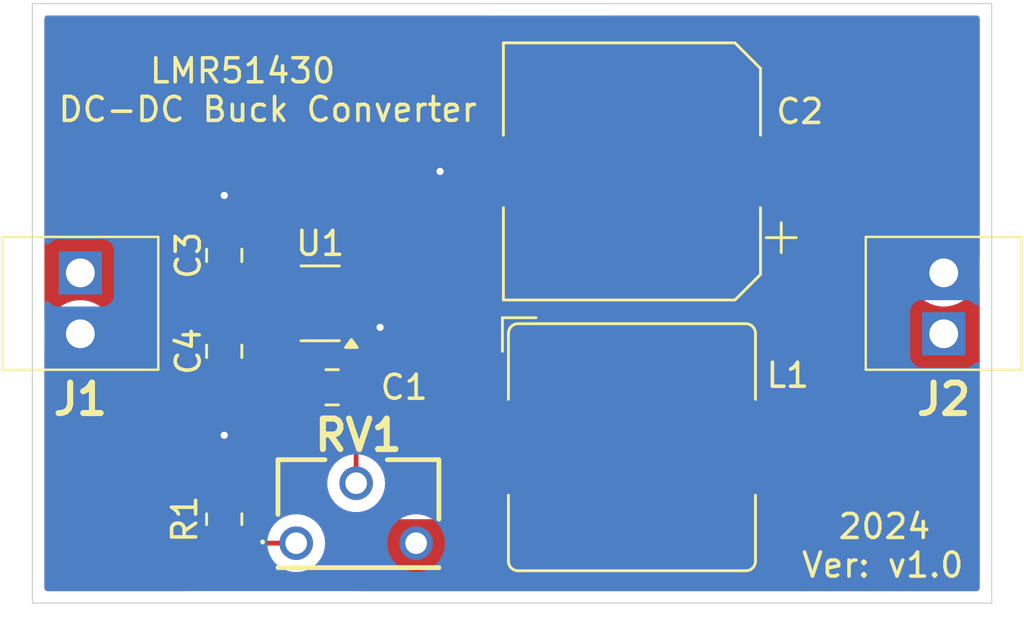
<source format=kicad_pcb>
(kicad_pcb (version 20240108) (generator "pcbnew") (generator_version "8.0")
  (layers (0 "F.Cu" signal) (31 "B.Cu" signal) (34 "B.Paste" user) (35 "F.Paste" user) (36 "B.SilkS" user "B.Silkscreen") (37 "F.SilkS" user "F.Silkscreen") (38 "B.Mask" user) (39 "F.Mask" user) (44 "Edge.Cuts" user))
  (net 0 "")
  (net 1 "Net-(U1-CB)")
  (net 2 "Net-(U1-SW)")
  (net 3 "Net-(J2-Pin_1)")
  (net 4 "GND")
  (net 5 "Net-(J1-Pin_1)")
  (net 6 "Net-(R1-Pad1)")
  (net 7 "Net-(U1-FB)")
  (footprint "Inductor_SMD:L_Bourns_SRP1038C_10.0x10.0mm" (layer "F.Cu") (at 112.63 122.405)
    (property "Reference" "L1" (at 6.5 -3 0) (layer "F.SilkS"))
    (property "Value" "33u")
    (fp_line (start -5.4 -5.4) (end -5.4 -4) (stroke (width 0.12)) (layer "F.SilkS"))
    (fp_line (start -5.4 -5.4) (end -4 -5.4) (stroke (width 0.12)) (layer "F.SilkS"))
    (fp_line (start -5.15 -4.75) (end -5.15 -2) (stroke (width 0.12)) (layer "F.SilkS"))
    (fp_line (start -5.15 2) (end -5.15 4.75) (stroke (width 0.12)) (layer "F.SilkS"))
    (fp_line (start -4.75 -5.15) (end 4.75 -5.15) (stroke (width 0.12)) (layer "F.SilkS"))
    (fp_line (start 4.75 5.15) (end -4.75 5.15) (stroke (width 0.12)) (layer "F.SilkS"))
    (fp_line (start 5.15 -4.75) (end 5.15 -2) (stroke (width 0.12)) (layer "F.SilkS"))
    (fp_line (start 5.15 2) (end 5.15 4.75) (stroke (width 0.12)) (layer "F.SilkS"))
    (fp_arc (start -5.15 -4.75) (mid -5.032843 -5.032843) (end -4.75 -5.15) (stroke (width 0.12)) (layer "F.SilkS"))
    (fp_arc (start -4.75 5.15) (mid -5.032843 5.032843) (end -5.15 4.75) (stroke (width 0.12)) (layer "F.SilkS"))
    (fp_arc (start 4.75 -5.15) (mid 5.032843 -5.032843) (end 5.15 -4.75) (stroke (width 0.12)) (layer "F.SilkS"))
    (fp_arc (start 5.15 4.75) (mid 5.032843 5.032843) (end 4.75 5.15) (stroke (width 0.12)) (layer "F.SilkS"))
    (pad "1" smd rect (at -4.475 0) (size 3.55 3.5) (layers "F.Cu" "F.Paste" "F.Mask") (net 2 "Net-(U1-SW)"))
    (pad "2" smd rect (at 4.475 0) (size 3.55 3.5) (layers "F.Cu" "F.Paste" "F.Mask") (net 3 "Net-(J2-Pin_1)"))
  )
  (footprint "Capacitor_SMD:C_0805_2012Metric_Pad1.18x1.45mm_HandSolder" (layer "F.Cu") (at 95.63 118.405 -90)
    (property "Reference" "C4" (at 0 1.5 90) (layer "F.SilkS"))
    (property "Value" "100n")
    (fp_line (start -0.261252 0.735) (end 0.261252 0.735) (stroke (width 0.12)) (layer "F.SilkS"))
    (fp_line (start -0.261252 -0.735) (end 0.261252 -0.735) (stroke (width 0.12)) (layer "F.SilkS"))
    (pad "1" smd roundrect (at -1.0375 0 270) (size 1.175 1.45) (layers "F.Cu" "F.Paste" "F.Mask") (roundrect_rratio 0.212766) (net 5 "Net-(J1-Pin_1)"))
    (pad "2" smd roundrect (at 1.0375 0 270) (size 1.175 1.45) (layers "F.Cu" "F.Paste" "F.Mask") (roundrect_rratio 0.212766) (net 4 "GND"))
  )
  (footprint "Capacitor_SMD:CP_Elec_10x10.5" (layer "F.Cu") (at 112.63 110.905 180)
    (property "Reference" "C2" (at -7 2.5 360) (layer "F.SilkS"))
    (property "Value" "220u")
    (fp_line (start 5.36 5.36) (end 5.36 1.51) (stroke (width 0.12)) (layer "F.SilkS"))
    (fp_line (start 5.36 -5.36) (end 5.36 -1.51) (stroke (width 0.12)) (layer "F.SilkS"))
    (fp_line (start -4.295563 5.36) (end 5.36 5.36) (stroke (width 0.12)) (layer "F.SilkS"))
    (fp_line (start -4.295563 -5.36) (end 5.36 -5.36) (stroke (width 0.12)) (layer "F.SilkS"))
    (fp_line (start -5.36 4.295563) (end -4.295563 5.36) (stroke (width 0.12)) (layer "F.SilkS"))
    (fp_line (start -5.36 4.295563) (end -5.36 1.51) (stroke (width 0.12)) (layer "F.SilkS"))
    (fp_line (start -5.36 -4.295563) (end -4.295563 -5.36) (stroke (width 0.12)) (layer "F.SilkS"))
    (fp_line (start -5.36 -4.295563) (end -5.36 -1.51) (stroke (width 0.12)) (layer "F.SilkS"))
    (fp_line (start -6.225 -3.385) (end -6.225 -2.135) (stroke (width 0.12)) (layer "F.SilkS"))
    (fp_line (start -6.85 -2.76) (end -5.6 -2.76) (stroke (width 0.12)) (layer "F.SilkS"))
    (pad "1" smd roundrect (at -4.2 0 180) (size 4.4 2.5) (layers "F.Cu" "F.Paste" "F.Mask") (roundrect_rratio 0.1) (net 3 "Net-(J2-Pin_1)"))
    (pad "2" smd roundrect (at 4.2 0 180) (size 4.4 2.5) (layers "F.Cu" "F.Paste" "F.Mask") (roundrect_rratio 0.1) (net 4 "GND"))
  )
  (footprint "Resistor_SMD:R_0805_2012Metric_Pad1.20x1.40mm_HandSolder" (layer "F.Cu") (at 95.63 125.405 90)
    (property "Reference" "R1" (at 0 -1.65 90) (layer "F.SilkS"))
    (property "Value" "2k2")
    (fp_line (start -0.227064 -0.735) (end 0.227064 -0.735) (stroke (width 0.12)) (layer "F.SilkS"))
    (fp_line (start -0.227064 0.735) (end 0.227064 0.735) (stroke (width 0.12)) (layer "F.SilkS"))
    (pad "1" smd roundrect (at -1 0 90) (size 1.2 1.4) (layers "F.Cu" "F.Paste" "F.Mask") (roundrect_rratio 0.208333) (net 6 "Net-(R1-Pad1)"))
    (pad "2" smd roundrect (at 1 0 90) (size 1.2 1.4) (layers "F.Cu" "F.Paste" "F.Mask") (roundrect_rratio 0.208333) (net 4 "GND"))
  )
  (footprint "Custom:282834-2_1" (layer "F.Cu") (at 89.63 115.135 -90)
    (property "Reference" "J1" (at 5.27 0 180) (layer "F.SilkS") (effects (font (size 1.27 1.27) (thickness 0.254))))
    (property "Value" "Screw_Terminal_01x02" (hide yes))
    (fp_line (start -1.5 3.25) (end -1.5 -3.25) (stroke (width 0.1)) (layer "F.SilkS"))
    (fp_line (start 4.04 3.25) (end -1.5 3.25) (stroke (width 0.1)) (layer "F.SilkS"))
    (fp_line (start -1.5 -3.25) (end 4.04 -3.25) (stroke (width 0.1)) (layer "F.SilkS"))
    (fp_line (start 4.04 -3.25) (end 4.04 3.25) (stroke (width 0.1)) (layer "F.SilkS"))
    (pad "1" thru_hole rect (at 0 0 270) (size 1.8 1.8) (drill 1.2) (layers "*.Cu" "*.Mask") (net 5 "Net-(J1-Pin_1)"))
    (pad "2" thru_hole circle (at 2.54 0 270) (size 1.8 1.8) (drill 1.2) (layers "*.Cu" "*.Mask") (net 4 "GND"))
  )
  (footprint "Custom:282834-2_1" (layer "F.Cu") (at 125.63 117.675 90)
    (property "Reference" "J2" (at -2.73 0 180) (layer "F.SilkS") (effects (font (size 1.27 1.27) (thickness 0.254))))
    (property "Value" "Screw_Terminal_01x02" (hide yes))
    (fp_line (start 4.04 -3.25) (end 4.04 3.25) (stroke (width 0.1)) (layer "F.SilkS"))
    (fp_line (start -1.5 -3.25) (end 4.04 -3.25) (stroke (width 0.1)) (layer "F.SilkS"))
    (fp_line (start 4.04 3.25) (end -1.5 3.25) (stroke (width 0.1)) (layer "F.SilkS"))
    (fp_line (start -1.5 3.25) (end -1.5 -3.25) (stroke (width 0.1)) (layer "F.SilkS"))
    (pad "1" thru_hole rect (at 0 0 90) (size 1.8 1.8) (drill 1.2) (layers "*.Cu" "*.Mask") (net 3 "Net-(J2-Pin_1)"))
    (pad "2" thru_hole circle (at 2.54 0 90) (size 1.8 1.8) (drill 1.2) (layers "*.Cu" "*.Mask") (net 4 "GND"))
  )
  (footprint "Custom:PV37W104C01B00" (layer "F.Cu") (at 98.63 126.405)
    (property "Reference" "RV1" (at 2.595 -4.5 0) (layer "F.SilkS") (effects (font (size 1.27 1.27) (thickness 0.254))))
    (property "Value" "100k" (hide yes))
    (fp_line (start -1.4 -0.1) (end -1.4 -0.1) (stroke (width 0.1)) (layer "F.SilkS"))
    (fp_line (start -1.4 0) (end -1.4 0) (stroke (width 0.1)) (layer "F.SilkS"))
    (fp_line (start -0.76 -3.48) (end 1.2 -3.48) (stroke (width 0.2)) (layer "F.SilkS"))
    (fp_line (start -0.76 -1.2) (end -0.76 -3.48) (stroke (width 0.2)) (layer "F.SilkS"))
    (fp_line (start -0.76 1.02) (end 5.95 1.02) (stroke (width 0.2)) (layer "F.SilkS"))
    (fp_line (start 5.95 -3.48) (end 3.8 -3.48) (stroke (width 0.2)) (layer "F.SilkS"))
    (fp_line (start 5.95 -1) (end 5.95 -3.48) (stroke (width 0.2)) (layer "F.SilkS"))
    (fp_arc (start -1.4 -0.1) (mid -1.35 -0.05) (end -1.4 0) (stroke (width 0.1)) (layer "F.SilkS"))
    (fp_arc (start -1.4 0) (mid -1.45 -0.05) (end -1.4 -0.1) (stroke (width 0.1)) (layer "F.SilkS"))
    (pad "1" thru_hole circle (at 0 0) (size 1.4 1.4) (drill 0.9) (layers "*.Cu" "*.Mask") (net 6 "Net-(R1-Pad1)"))
    (pad "2" thru_hole circle (at 2.5 -2.5) (size 1.4 1.4) (drill 0.9) (layers "*.Cu" "*.Mask") (net 7 "Net-(U1-FB)"))
    (pad "3" thru_hole circle (at 5 0) (size 1.4 1.4) (drill 0.9) (layers "*.Cu" "*.Mask") (net 3 "Net-(J2-Pin_1)"))
  )
  (footprint "Capacitor_SMD:C_0805_2012Metric_Pad1.18x1.45mm_HandSolder" (layer "F.Cu") (at 100.13 119.905)
    (property "Reference" "C1" (at 3 0 0) (layer "F.SilkS"))
    (property "Value" "100n")
    (fp_line (start -0.261252 -0.735) (end 0.261252 -0.735) (stroke (width 0.12)) (layer "F.SilkS"))
    (fp_line (start -0.261252 0.735) (end 0.261252 0.735) (stroke (width 0.12)) (layer "F.SilkS"))
    (pad "1" smd roundrect (at -1.0375 0) (size 1.175 1.45) (layers "F.Cu" "F.Paste" "F.Mask") (roundrect_rratio 0.212766) (net 1 "Net-(U1-CB)"))
    (pad "2" smd roundrect (at 1.0375 0) (size 1.175 1.45) (layers "F.Cu" "F.Paste" "F.Mask") (roundrect_rratio 0.212766) (net 2 "Net-(U1-SW)"))
  )
  (footprint "Package_TO_SOT_SMD:SOT-23-6" (layer "F.Cu") (at 99.63 116.405 180)
    (property "Reference" "U1" (at 0 2.5 360) (layer "F.SilkS"))
    (property "Value" "LMR51430")
    (fp_line (start 0 1.56) (end 0.8 1.56) (stroke (width 0.12)) (layer "F.SilkS"))
    (fp_line (start 0 1.56) (end -0.8 1.56) (stroke (width 0.12)) (layer "F.SilkS"))
    (fp_line (start 0 -1.56) (end 0.8 -1.56) (stroke (width 0.12)) (layer "F.SilkS"))
    (fp_line (start 0 -1.56) (end -0.8 -1.56) (stroke (width 0.12)) (layer "F.SilkS"))
    (fp_poly (pts (xy -1.3 -1.51) (xy -1.54 -1.84) (xy -1.06 -1.84) (xy -1.3 -1.51)) (stroke (width 0.12)) (fill solid) (layer "F.SilkS"))
    (pad "1" smd roundrect (at -1.1375 -0.95 180) (size 1.325 0.6) (layers "F.Cu" "F.Paste" "F.Mask") (net 4 "GND"))
    (pad "2" smd roundrect (at -1.1375 0 180) (size 1.325 0.6) (layers "F.Cu" "F.Paste" "F.Mask") (net 2 "Net-(U1-SW)"))
    (pad "3" smd roundrect (at -1.1375 0.95 180) (size 1.325 0.6) (layers "F.Cu" "F.Paste" "F.Mask") (net 5 "Net-(J1-Pin_1)"))
    (pad "4" smd roundrect (at 1.1375 0.95 180) (size 1.325 0.6) (layers "F.Cu" "F.Paste" "F.Mask") (net 7 "Net-(U1-FB)"))
    (pad "5" smd roundrect (at 1.1375 0 180) (size 1.325 0.6) (layers "F.Cu" "F.Paste" "F.Mask") (net 5 "Net-(J1-Pin_1)"))
    (pad "6" smd roundrect (at 1.1375 -0.95 180) (size 1.325 0.6) (layers "F.Cu" "F.Paste" "F.Mask") (net 1 "Net-(U1-CB)"))
  )
  (footprint "Capacitor_SMD:C_0805_2012Metric_Pad1.18x1.45mm_HandSolder" (layer "F.Cu") (at 95.63 114.405 90)
    (property "Reference" "C3" (at 0 -1.5 90) (layer "F.SilkS"))
    (property "Value" "4u7")
    (fp_line (start -0.261252 -0.735) (end 0.261252 -0.735) (stroke (width 0.12)) (layer "F.SilkS"))
    (fp_line (start -0.261252 0.735) (end 0.261252 0.735) (stroke (width 0.12)) (layer "F.SilkS"))
    (pad "1" smd roundrect (at -1.0375 0 90) (size 1.175 1.45) (layers "F.Cu" "F.Paste" "F.Mask") (roundrect_rratio 0.212766) (net 5 "Net-(J1-Pin_1)"))
    (pad "2" smd roundrect (at 1.0375 0 90) (size 1.175 1.45) (layers "F.Cu" "F.Paste" "F.Mask") (roundrect_rratio 0.212766) (net 4 "GND"))
  )
  (gr_rect (start 87.63 103.905) (end 127.63 128.905) (stroke (width 0.05)) (fill none) (layer "Edge.Cuts"))
  (gr_text "     LMR51430\nDC-DC Buck Converter" (at 88.63 108.905 0) (layer "F.SilkS") (effects (font (size 1 1)) (justify left bottom)))
  (gr_text "  2024\nVer: v1.0" (at 119.63 127.905 0) (layer "F.SilkS") (effects (font (size 1 1)) (justify left bottom)))
  (segment (start 99.0925 118.8675) (end 98.4925 118.2675) (width 0.2) (layer "F.Cu") (net 1))
  (segment (start 98.4925 118.2675) (end 98.4925 117.355) (width 0.2) (layer "F.Cu") (net 1))
  (segment (start 99.0925 119.905) (end 99.0925 118.8675) (width 0.2) (layer "F.Cu") (net 1))
  (segment (start 100.7675 116.405) (end 103.13 116.405) (width 0.75) (layer "F.Cu") (net 2))
  (segment (start 108.43 110.905) (end 105.63 110.905) (width 0.5) (layer "F.Cu") (net 4))
  (segment (start 95.63 121.905) (end 95.63 119.4425) (width 0.2) (layer "F.Cu") (net 4))
  (segment (start 102.08 117.355) (end 102.13 117.405) (width 0.2) (layer "F.Cu") (net 4))
  (segment (start 95.63 113.3675) (end 95.63 111.905) (width 0.2) (layer "F.Cu") (net 4))
  (segment (start 100.7675 117.355) (end 102.08 117.355) (width 0.2) (layer "F.Cu") (net 4))
  (segment (start 105.63 110.905) (end 104.63 110.905) (width 0.5) (layer "F.Cu") (net 4))
  (segment (start 95.63 124.405) (end 95.63 121.905) (width 0.2) (layer "F.Cu") (net 4))
  (via (at 95.63 111.905) (size 0.6) (drill 0.3) (layers "F.Cu" "B.Cu") (net 4))
  (via (at 104.63 110.905) (size 0.6) (drill 0.3) (layers "F.Cu" "B.Cu") (net 4))
  (via (at 95.63 121.905) (size 0.6) (drill 0.3) (layers "F.Cu" "B.Cu") (net 4))
  (via (at 102.13 117.405) (size 0.6) (drill 0.3) (layers "F.Cu" "B.Cu") (net 4))
  (segment (start 98.4925 116.405) (end 96.63 116.405) (width 0.75) (layer "F.Cu") (net 5))
  (segment (start 98.63 126.405) (end 95.63 126.405) (width 0.2) (layer "F.Cu") (net 6))
  (segment (start 99.63 118.405) (end 100.13 118.905) (width 0.2) (layer "F.Cu") (net 7))
  (segment (start 100.13 121.405) (end 101.13 122.405) (width 0.2) (layer "F.Cu") (net 7))
  (segment (start 98.4925 115.455) (end 99.18 115.455) (width 0.2) (layer "F.Cu") (net 7))
  (segment (start 99.18 115.455) (end 99.63 115.905) (width 0.2) (layer "F.Cu") (net 7))
  (segment (start 101.13 122.405) (end 101.13 123.905) (width 0.2) (layer "F.Cu") (net 7))
  (segment (start 99.63 115.905) (end 99.63 118.405) (width 0.2) (layer "F.Cu") (net 7))
  (segment (start 100.13 118.905) (end 100.13 121.405) (width 0.2) (layer "F.Cu") (net 7))
  (zone (net 5) (net_name "Net-(J1-Pin_1)") (layer "F.Cu") (priority 1) (connect_pads yes (clearance 0.5)) (min_thickness 0.25) (fill yes (thermal_gap 0.5) (thermal_bridge_width 0.5) (island_removal_mode 1) (island_area_min 10))
    (polygon (pts (xy 87.63 103.905) (xy 87.63 128.905) (xy 94.13 128.905) (xy 94.13 118.405) (xy 97.13 118.405) (xy 97.13 117.405) (xy 97.13 115.905) (xy 97.13 115.155) (xy 97.13 114.405) (xy 94.13 114.405) (xy 94.13 111.405) (xy 96.88 111.405) (xy 97.13 111.405) (xy 97.13 113.905) (xy 99.63 113.905) (xy 99.63 115.905) (xy 102.13 115.905) (xy 102.13 112.405) (xy 104.13 112.405) (xy 104.13 109.905) (xy 105.63 109.905) (xy 105.63 108.905) (xy 106.63 108.905) (xy 106.63 103.905) (xy 94.13 103.905)))
  )
  (zone (net 2) (net_name "Net-(U1-SW)") (layer "F.Cu") (priority 3) (connect_pads yes (clearance 0.5)) (min_thickness 0.25) (fill yes (thermal_gap 0.5) (thermal_bridge_width 0.5) (island_removal_mode 1) (island_area_min 10))
    (polygon (pts (xy 111.13 124.905) (xy 111.13 112.905) (xy 102.63 112.905) (xy 102.63 118.405) (xy 100.63 118.405) (xy 100.63 121.405) (xy 102.63 121.405) (xy 102.63 124.905)))
  )
  (zone (net 3) (net_name "Net-(J2-Pin_1)") (layer "F.Cu") (priority 2) (connect_pads yes (clearance 0.5)) (min_thickness 0.25) (fill yes (thermal_gap 0.5) (thermal_bridge_width 0.5) (island_removal_mode 1) (island_area_min 10))
    (polygon (pts (xy 127.63 103.905) (xy 127.63 128.905) (xy 101.13 128.905) (xy 101.13 125.405) (xy 111.63 125.405) (xy 111.63 103.905)))
  )
  (zone (net 4) (net_name "GND") (layer "B.Cu") (connect_pads yes (clearance 0.5)) (min_thickness 0.25) (fill yes (thermal_gap 0.5) (thermal_bridge_width 0.5))
    (polygon (pts (xy 87.63 103.905) (xy 127.63 103.905) (xy 127.63 128.905) (xy 87.63 128.905)))
  )
)
</source>
